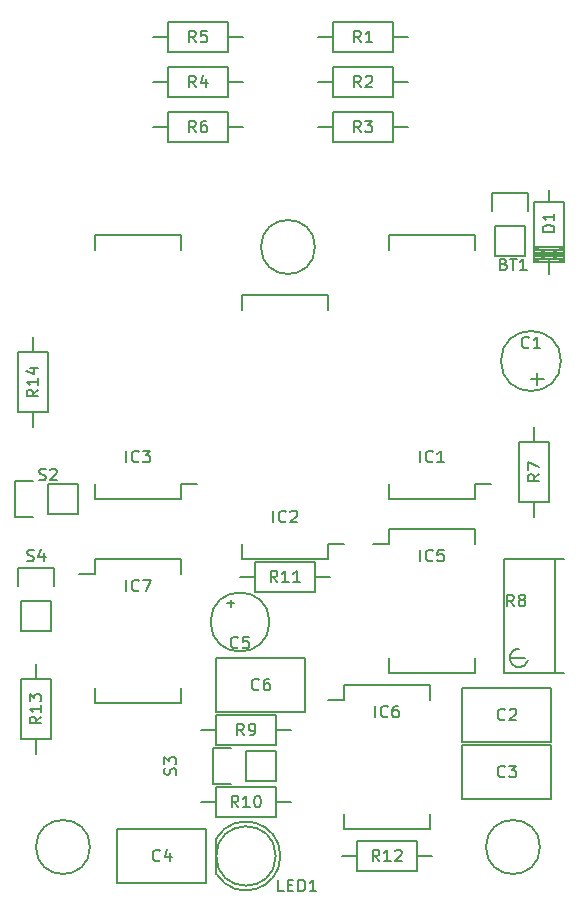
<source format=gto>
G04 #@! TF.FileFunction,Legend,Top*
%FSLAX46Y46*%
G04 Gerber Fmt 4.6, Leading zero omitted, Abs format (unit mm)*
G04 Created by KiCad (PCBNEW (2015-04-30 BZR 5634)-product) date Mon 22 Jun 2015 08:21:25 PM CEST*
%MOMM*%
G01*
G04 APERTURE LIST*
%ADD10C,0.100000*%
%ADD11C,0.150000*%
G04 APERTURE END LIST*
D10*
D11*
X101346000Y-83312000D02*
X101346000Y-85852000D01*
X101626000Y-80492000D02*
X101626000Y-82042000D01*
X101346000Y-83312000D02*
X98806000Y-83312000D01*
X98526000Y-82042000D02*
X98526000Y-80492000D01*
X98526000Y-80492000D02*
X101626000Y-80492000D01*
X98806000Y-83312000D02*
X98806000Y-85852000D01*
X98806000Y-85852000D02*
X101346000Y-85852000D01*
X101854000Y-96266000D02*
X102920800Y-96266000D01*
X102362000Y-96774000D02*
X102362000Y-95732600D01*
X104394000Y-94742000D02*
G75*
G03X104394000Y-94742000I-2540000J0D01*
G01*
X96032000Y-122464000D02*
X103532000Y-122464000D01*
X103532000Y-122464000D02*
X103532000Y-126964000D01*
X103532000Y-126964000D02*
X96032000Y-126964000D01*
X96032000Y-126964000D02*
X96032000Y-122464000D01*
X96032000Y-127290000D02*
X103532000Y-127290000D01*
X103532000Y-127290000D02*
X103532000Y-131790000D01*
X103532000Y-131790000D02*
X96032000Y-131790000D01*
X96032000Y-131790000D02*
X96032000Y-127290000D01*
X66822000Y-134402000D02*
X74322000Y-134402000D01*
X74322000Y-134402000D02*
X74322000Y-138902000D01*
X74322000Y-138902000D02*
X66822000Y-138902000D01*
X66822000Y-138902000D02*
X66822000Y-134402000D01*
X76415900Y-114940080D02*
X76415900Y-115539520D01*
X76116180Y-115239800D02*
X76715620Y-115239800D01*
X79715360Y-116840000D02*
G75*
G03X79715360Y-116840000I-2499360J0D01*
G01*
X75204000Y-119924000D02*
X82704000Y-119924000D01*
X82704000Y-119924000D02*
X82704000Y-124424000D01*
X82704000Y-124424000D02*
X75204000Y-124424000D01*
X75204000Y-124424000D02*
X75204000Y-119924000D01*
X103375460Y-81280000D02*
X103375460Y-80264000D01*
X103375460Y-86106000D02*
X103375460Y-87376000D01*
X102105460Y-85852000D02*
X104645460Y-85852000D01*
X102105460Y-85598000D02*
X104645460Y-85598000D01*
X102105460Y-85344000D02*
X104645460Y-85344000D01*
X102105460Y-86106000D02*
X104645460Y-86106000D01*
X102105460Y-85090000D02*
X104645460Y-86360000D01*
X102105460Y-86360000D02*
X104645460Y-85090000D01*
X102105460Y-85090000D02*
X104645460Y-85090000D01*
X102105460Y-85725000D02*
X104645460Y-85725000D01*
X104645460Y-86360000D02*
X102105460Y-86360000D01*
X102105460Y-86360000D02*
X102105460Y-81280000D01*
X102105460Y-81280000D02*
X104645460Y-81280000D01*
X104645460Y-81280000D02*
X104645460Y-86360000D01*
X97147000Y-106435000D02*
X97147000Y-105165000D01*
X89797000Y-106435000D02*
X89797000Y-105165000D01*
X89797000Y-84065000D02*
X89797000Y-85335000D01*
X97147000Y-84065000D02*
X97147000Y-85335000D01*
X97147000Y-106435000D02*
X89797000Y-106435000D01*
X97147000Y-84065000D02*
X89797000Y-84065000D01*
X97147000Y-105165000D02*
X98432000Y-105165000D01*
X84701000Y-111515000D02*
X84701000Y-110245000D01*
X77351000Y-111515000D02*
X77351000Y-110245000D01*
X77351000Y-89145000D02*
X77351000Y-90415000D01*
X84701000Y-89145000D02*
X84701000Y-90415000D01*
X84701000Y-111515000D02*
X77351000Y-111515000D01*
X84701000Y-89145000D02*
X77351000Y-89145000D01*
X84701000Y-110245000D02*
X85986000Y-110245000D01*
X72255000Y-106435000D02*
X72255000Y-105165000D01*
X64905000Y-106435000D02*
X64905000Y-105165000D01*
X64905000Y-84065000D02*
X64905000Y-85335000D01*
X72255000Y-84065000D02*
X72255000Y-85335000D01*
X72255000Y-106435000D02*
X64905000Y-106435000D01*
X72255000Y-84065000D02*
X64905000Y-84065000D01*
X72255000Y-105165000D02*
X73540000Y-105165000D01*
X89797000Y-108957000D02*
X89797000Y-110227000D01*
X97147000Y-108957000D02*
X97147000Y-110227000D01*
X97147000Y-121167000D02*
X97147000Y-119897000D01*
X89797000Y-121167000D02*
X89797000Y-119897000D01*
X89797000Y-108957000D02*
X97147000Y-108957000D01*
X89797000Y-121167000D02*
X97147000Y-121167000D01*
X89797000Y-110227000D02*
X88512000Y-110227000D01*
X85987000Y-122165000D02*
X85987000Y-123435000D01*
X93337000Y-122165000D02*
X93337000Y-123435000D01*
X93337000Y-134375000D02*
X93337000Y-133105000D01*
X85987000Y-134375000D02*
X85987000Y-133105000D01*
X85987000Y-122165000D02*
X93337000Y-122165000D01*
X85987000Y-134375000D02*
X93337000Y-134375000D01*
X85987000Y-123435000D02*
X84702000Y-123435000D01*
X64905000Y-111497000D02*
X64905000Y-112767000D01*
X72255000Y-111497000D02*
X72255000Y-112767000D01*
X72255000Y-123707000D02*
X72255000Y-122437000D01*
X64905000Y-123707000D02*
X64905000Y-122437000D01*
X64905000Y-111497000D02*
X72255000Y-111497000D01*
X64905000Y-123707000D02*
X72255000Y-123707000D01*
X64905000Y-112767000D02*
X63620000Y-112767000D01*
X75237772Y-138176904D02*
G75*
G03X75222660Y-135152000I2484888J1524904D01*
G01*
X75222660Y-138152000D02*
X75222660Y-135152000D01*
X80240596Y-136652000D02*
G75*
G03X80240596Y-136652000I-2517936J0D01*
G01*
X85090000Y-66040000D02*
X90170000Y-66040000D01*
X90170000Y-66040000D02*
X90170000Y-68580000D01*
X90170000Y-68580000D02*
X85090000Y-68580000D01*
X85090000Y-68580000D02*
X85090000Y-66040000D01*
X85090000Y-67310000D02*
X83820000Y-67310000D01*
X90170000Y-67310000D02*
X91440000Y-67310000D01*
X85090000Y-69850000D02*
X90170000Y-69850000D01*
X90170000Y-69850000D02*
X90170000Y-72390000D01*
X90170000Y-72390000D02*
X85090000Y-72390000D01*
X85090000Y-72390000D02*
X85090000Y-69850000D01*
X85090000Y-71120000D02*
X83820000Y-71120000D01*
X90170000Y-71120000D02*
X91440000Y-71120000D01*
X90170000Y-76200000D02*
X85090000Y-76200000D01*
X85090000Y-76200000D02*
X85090000Y-73660000D01*
X85090000Y-73660000D02*
X90170000Y-73660000D01*
X90170000Y-73660000D02*
X90170000Y-76200000D01*
X90170000Y-74930000D02*
X91440000Y-74930000D01*
X85090000Y-74930000D02*
X83820000Y-74930000D01*
X71120000Y-69850000D02*
X76200000Y-69850000D01*
X76200000Y-69850000D02*
X76200000Y-72390000D01*
X76200000Y-72390000D02*
X71120000Y-72390000D01*
X71120000Y-72390000D02*
X71120000Y-69850000D01*
X71120000Y-71120000D02*
X69850000Y-71120000D01*
X76200000Y-71120000D02*
X77470000Y-71120000D01*
X76200000Y-68580000D02*
X71120000Y-68580000D01*
X71120000Y-68580000D02*
X71120000Y-66040000D01*
X71120000Y-66040000D02*
X76200000Y-66040000D01*
X76200000Y-66040000D02*
X76200000Y-68580000D01*
X76200000Y-67310000D02*
X77470000Y-67310000D01*
X71120000Y-67310000D02*
X69850000Y-67310000D01*
X76200000Y-76200000D02*
X71120000Y-76200000D01*
X71120000Y-76200000D02*
X71120000Y-73660000D01*
X71120000Y-73660000D02*
X76200000Y-73660000D01*
X76200000Y-73660000D02*
X76200000Y-76200000D01*
X76200000Y-74930000D02*
X77470000Y-74930000D01*
X71120000Y-74930000D02*
X69850000Y-74930000D01*
X103378000Y-101600000D02*
X103378000Y-106680000D01*
X103378000Y-106680000D02*
X100838000Y-106680000D01*
X100838000Y-106680000D02*
X100838000Y-101600000D01*
X100838000Y-101600000D02*
X103378000Y-101600000D01*
X102108000Y-101600000D02*
X102108000Y-100330000D01*
X102108000Y-106680000D02*
X102108000Y-107950000D01*
X100076000Y-119888000D02*
X101346000Y-119888000D01*
X100825300Y-119100600D02*
X100571300Y-119138700D01*
X100571300Y-119138700D02*
X100291900Y-119316500D01*
X100291900Y-119316500D02*
X100076000Y-119634000D01*
X100076000Y-119634000D02*
X100063300Y-120078500D01*
X100063300Y-120078500D02*
X100266500Y-120434100D01*
X100266500Y-120434100D02*
X100558600Y-120611900D01*
X100558600Y-120611900D02*
X100876100Y-120662700D01*
X100876100Y-120662700D02*
X101282500Y-120561100D01*
X101282500Y-120561100D02*
X101536500Y-120218200D01*
X101536500Y-120218200D02*
X101625400Y-120040400D01*
X103886000Y-111506000D02*
X103886000Y-121158000D01*
X100838000Y-121158000D02*
X99568000Y-121158000D01*
X99568000Y-121158000D02*
X99568000Y-111506000D01*
X99568000Y-111506000D02*
X104648000Y-111506000D01*
X104648000Y-121158000D02*
X102108000Y-121158000D01*
X102108000Y-121158000D02*
X100838000Y-121158000D01*
X80264000Y-127254000D02*
X75184000Y-127254000D01*
X75184000Y-127254000D02*
X75184000Y-124714000D01*
X75184000Y-124714000D02*
X80264000Y-124714000D01*
X80264000Y-124714000D02*
X80264000Y-127254000D01*
X80264000Y-125984000D02*
X81534000Y-125984000D01*
X75184000Y-125984000D02*
X73914000Y-125984000D01*
X80264000Y-133350000D02*
X75184000Y-133350000D01*
X75184000Y-133350000D02*
X75184000Y-130810000D01*
X75184000Y-130810000D02*
X80264000Y-130810000D01*
X80264000Y-130810000D02*
X80264000Y-133350000D01*
X80264000Y-132080000D02*
X81534000Y-132080000D01*
X75184000Y-132080000D02*
X73914000Y-132080000D01*
X83566000Y-114300000D02*
X78486000Y-114300000D01*
X78486000Y-114300000D02*
X78486000Y-111760000D01*
X78486000Y-111760000D02*
X83566000Y-111760000D01*
X83566000Y-111760000D02*
X83566000Y-114300000D01*
X83566000Y-113030000D02*
X84836000Y-113030000D01*
X78486000Y-113030000D02*
X77216000Y-113030000D01*
X92202000Y-137922000D02*
X87122000Y-137922000D01*
X87122000Y-137922000D02*
X87122000Y-135382000D01*
X87122000Y-135382000D02*
X92202000Y-135382000D01*
X92202000Y-135382000D02*
X92202000Y-137922000D01*
X92202000Y-136652000D02*
X93472000Y-136652000D01*
X87122000Y-136652000D02*
X85852000Y-136652000D01*
X61214000Y-121666000D02*
X61214000Y-126746000D01*
X61214000Y-126746000D02*
X58674000Y-126746000D01*
X58674000Y-126746000D02*
X58674000Y-121666000D01*
X58674000Y-121666000D02*
X61214000Y-121666000D01*
X59944000Y-121666000D02*
X59944000Y-120396000D01*
X59944000Y-126746000D02*
X59944000Y-128016000D01*
X60960000Y-93980000D02*
X60960000Y-99060000D01*
X60960000Y-99060000D02*
X58420000Y-99060000D01*
X58420000Y-99060000D02*
X58420000Y-93980000D01*
X58420000Y-93980000D02*
X60960000Y-93980000D01*
X59690000Y-93980000D02*
X59690000Y-92710000D01*
X59690000Y-99060000D02*
X59690000Y-100330000D01*
X60960000Y-105156000D02*
X63500000Y-105156000D01*
X58140000Y-104876000D02*
X59690000Y-104876000D01*
X60960000Y-105156000D02*
X60960000Y-107696000D01*
X59690000Y-107976000D02*
X58140000Y-107976000D01*
X58140000Y-107976000D02*
X58140000Y-104876000D01*
X60960000Y-107696000D02*
X63500000Y-107696000D01*
X63500000Y-107696000D02*
X63500000Y-105156000D01*
X77724000Y-127762000D02*
X80264000Y-127762000D01*
X74904000Y-127482000D02*
X76454000Y-127482000D01*
X77724000Y-127762000D02*
X77724000Y-130302000D01*
X76454000Y-130582000D02*
X74904000Y-130582000D01*
X74904000Y-130582000D02*
X74904000Y-127482000D01*
X77724000Y-130302000D02*
X80264000Y-130302000D01*
X80264000Y-130302000D02*
X80264000Y-127762000D01*
X61214000Y-115062000D02*
X61214000Y-117602000D01*
X61494000Y-112242000D02*
X61494000Y-113792000D01*
X61214000Y-115062000D02*
X58674000Y-115062000D01*
X58394000Y-113792000D02*
X58394000Y-112242000D01*
X58394000Y-112242000D02*
X61494000Y-112242000D01*
X58674000Y-115062000D02*
X58674000Y-117602000D01*
X58674000Y-117602000D02*
X61214000Y-117602000D01*
X64516000Y-135890000D02*
G75*
G03X64516000Y-135890000I-2286000J0D01*
G01*
X102616000Y-135890000D02*
G75*
G03X102616000Y-135890000I-2286000J0D01*
G01*
X83566000Y-85090000D02*
G75*
G03X83566000Y-85090000I-2286000J0D01*
G01*
X99544286Y-86542571D02*
X99687143Y-86590190D01*
X99734762Y-86637810D01*
X99782381Y-86733048D01*
X99782381Y-86875905D01*
X99734762Y-86971143D01*
X99687143Y-87018762D01*
X99591905Y-87066381D01*
X99210952Y-87066381D01*
X99210952Y-86066381D01*
X99544286Y-86066381D01*
X99639524Y-86114000D01*
X99687143Y-86161619D01*
X99734762Y-86256857D01*
X99734762Y-86352095D01*
X99687143Y-86447333D01*
X99639524Y-86494952D01*
X99544286Y-86542571D01*
X99210952Y-86542571D01*
X100068095Y-86066381D02*
X100639524Y-86066381D01*
X100353809Y-87066381D02*
X100353809Y-86066381D01*
X101496667Y-87066381D02*
X100925238Y-87066381D01*
X101210952Y-87066381D02*
X101210952Y-86066381D01*
X101115714Y-86209238D01*
X101020476Y-86304476D01*
X100925238Y-86352095D01*
X101687334Y-93575143D02*
X101639715Y-93622762D01*
X101496858Y-93670381D01*
X101401620Y-93670381D01*
X101258762Y-93622762D01*
X101163524Y-93527524D01*
X101115905Y-93432286D01*
X101068286Y-93241810D01*
X101068286Y-93098952D01*
X101115905Y-92908476D01*
X101163524Y-92813238D01*
X101258762Y-92718000D01*
X101401620Y-92670381D01*
X101496858Y-92670381D01*
X101639715Y-92718000D01*
X101687334Y-92765619D01*
X102639715Y-93670381D02*
X102068286Y-93670381D01*
X102354000Y-93670381D02*
X102354000Y-92670381D01*
X102258762Y-92813238D01*
X102163524Y-92908476D01*
X102068286Y-92956095D01*
X99655334Y-125071143D02*
X99607715Y-125118762D01*
X99464858Y-125166381D01*
X99369620Y-125166381D01*
X99226762Y-125118762D01*
X99131524Y-125023524D01*
X99083905Y-124928286D01*
X99036286Y-124737810D01*
X99036286Y-124594952D01*
X99083905Y-124404476D01*
X99131524Y-124309238D01*
X99226762Y-124214000D01*
X99369620Y-124166381D01*
X99464858Y-124166381D01*
X99607715Y-124214000D01*
X99655334Y-124261619D01*
X100036286Y-124261619D02*
X100083905Y-124214000D01*
X100179143Y-124166381D01*
X100417239Y-124166381D01*
X100512477Y-124214000D01*
X100560096Y-124261619D01*
X100607715Y-124356857D01*
X100607715Y-124452095D01*
X100560096Y-124594952D01*
X99988667Y-125166381D01*
X100607715Y-125166381D01*
X99655334Y-129897143D02*
X99607715Y-129944762D01*
X99464858Y-129992381D01*
X99369620Y-129992381D01*
X99226762Y-129944762D01*
X99131524Y-129849524D01*
X99083905Y-129754286D01*
X99036286Y-129563810D01*
X99036286Y-129420952D01*
X99083905Y-129230476D01*
X99131524Y-129135238D01*
X99226762Y-129040000D01*
X99369620Y-128992381D01*
X99464858Y-128992381D01*
X99607715Y-129040000D01*
X99655334Y-129087619D01*
X99988667Y-128992381D02*
X100607715Y-128992381D01*
X100274381Y-129373333D01*
X100417239Y-129373333D01*
X100512477Y-129420952D01*
X100560096Y-129468571D01*
X100607715Y-129563810D01*
X100607715Y-129801905D01*
X100560096Y-129897143D01*
X100512477Y-129944762D01*
X100417239Y-129992381D01*
X100131524Y-129992381D01*
X100036286Y-129944762D01*
X99988667Y-129897143D01*
X70445334Y-137009143D02*
X70397715Y-137056762D01*
X70254858Y-137104381D01*
X70159620Y-137104381D01*
X70016762Y-137056762D01*
X69921524Y-136961524D01*
X69873905Y-136866286D01*
X69826286Y-136675810D01*
X69826286Y-136532952D01*
X69873905Y-136342476D01*
X69921524Y-136247238D01*
X70016762Y-136152000D01*
X70159620Y-136104381D01*
X70254858Y-136104381D01*
X70397715Y-136152000D01*
X70445334Y-136199619D01*
X71302477Y-136437714D02*
X71302477Y-137104381D01*
X71064381Y-136056762D02*
X70826286Y-136771048D01*
X71445334Y-136771048D01*
X77049334Y-118975143D02*
X77001715Y-119022762D01*
X76858858Y-119070381D01*
X76763620Y-119070381D01*
X76620762Y-119022762D01*
X76525524Y-118927524D01*
X76477905Y-118832286D01*
X76430286Y-118641810D01*
X76430286Y-118498952D01*
X76477905Y-118308476D01*
X76525524Y-118213238D01*
X76620762Y-118118000D01*
X76763620Y-118070381D01*
X76858858Y-118070381D01*
X77001715Y-118118000D01*
X77049334Y-118165619D01*
X77954096Y-118070381D02*
X77477905Y-118070381D01*
X77430286Y-118546571D01*
X77477905Y-118498952D01*
X77573143Y-118451333D01*
X77811239Y-118451333D01*
X77906477Y-118498952D01*
X77954096Y-118546571D01*
X78001715Y-118641810D01*
X78001715Y-118879905D01*
X77954096Y-118975143D01*
X77906477Y-119022762D01*
X77811239Y-119070381D01*
X77573143Y-119070381D01*
X77477905Y-119022762D01*
X77430286Y-118975143D01*
X78827334Y-122531143D02*
X78779715Y-122578762D01*
X78636858Y-122626381D01*
X78541620Y-122626381D01*
X78398762Y-122578762D01*
X78303524Y-122483524D01*
X78255905Y-122388286D01*
X78208286Y-122197810D01*
X78208286Y-122054952D01*
X78255905Y-121864476D01*
X78303524Y-121769238D01*
X78398762Y-121674000D01*
X78541620Y-121626381D01*
X78636858Y-121626381D01*
X78779715Y-121674000D01*
X78827334Y-121721619D01*
X79684477Y-121626381D02*
X79494000Y-121626381D01*
X79398762Y-121674000D01*
X79351143Y-121721619D01*
X79255905Y-121864476D01*
X79208286Y-122054952D01*
X79208286Y-122435905D01*
X79255905Y-122531143D01*
X79303524Y-122578762D01*
X79398762Y-122626381D01*
X79589239Y-122626381D01*
X79684477Y-122578762D01*
X79732096Y-122531143D01*
X79779715Y-122435905D01*
X79779715Y-122197810D01*
X79732096Y-122102571D01*
X79684477Y-122054952D01*
X79589239Y-122007333D01*
X79398762Y-122007333D01*
X79303524Y-122054952D01*
X79255905Y-122102571D01*
X79208286Y-122197810D01*
X103830381Y-83796095D02*
X102830381Y-83796095D01*
X102830381Y-83558000D01*
X102878000Y-83415142D01*
X102973238Y-83319904D01*
X103068476Y-83272285D01*
X103258952Y-83224666D01*
X103401810Y-83224666D01*
X103592286Y-83272285D01*
X103687524Y-83319904D01*
X103782762Y-83415142D01*
X103830381Y-83558000D01*
X103830381Y-83796095D01*
X103830381Y-82272285D02*
X103830381Y-82843714D01*
X103830381Y-82558000D02*
X102830381Y-82558000D01*
X102973238Y-82653238D01*
X103068476Y-82748476D01*
X103116095Y-82843714D01*
X92495810Y-103322381D02*
X92495810Y-102322381D01*
X93543429Y-103227143D02*
X93495810Y-103274762D01*
X93352953Y-103322381D01*
X93257715Y-103322381D01*
X93114857Y-103274762D01*
X93019619Y-103179524D01*
X92972000Y-103084286D01*
X92924381Y-102893810D01*
X92924381Y-102750952D01*
X92972000Y-102560476D01*
X93019619Y-102465238D01*
X93114857Y-102370000D01*
X93257715Y-102322381D01*
X93352953Y-102322381D01*
X93495810Y-102370000D01*
X93543429Y-102417619D01*
X94495810Y-103322381D02*
X93924381Y-103322381D01*
X94210095Y-103322381D02*
X94210095Y-102322381D01*
X94114857Y-102465238D01*
X94019619Y-102560476D01*
X93924381Y-102608095D01*
X80049810Y-108402381D02*
X80049810Y-107402381D01*
X81097429Y-108307143D02*
X81049810Y-108354762D01*
X80906953Y-108402381D01*
X80811715Y-108402381D01*
X80668857Y-108354762D01*
X80573619Y-108259524D01*
X80526000Y-108164286D01*
X80478381Y-107973810D01*
X80478381Y-107830952D01*
X80526000Y-107640476D01*
X80573619Y-107545238D01*
X80668857Y-107450000D01*
X80811715Y-107402381D01*
X80906953Y-107402381D01*
X81049810Y-107450000D01*
X81097429Y-107497619D01*
X81478381Y-107497619D02*
X81526000Y-107450000D01*
X81621238Y-107402381D01*
X81859334Y-107402381D01*
X81954572Y-107450000D01*
X82002191Y-107497619D01*
X82049810Y-107592857D01*
X82049810Y-107688095D01*
X82002191Y-107830952D01*
X81430762Y-108402381D01*
X82049810Y-108402381D01*
X67603810Y-103322381D02*
X67603810Y-102322381D01*
X68651429Y-103227143D02*
X68603810Y-103274762D01*
X68460953Y-103322381D01*
X68365715Y-103322381D01*
X68222857Y-103274762D01*
X68127619Y-103179524D01*
X68080000Y-103084286D01*
X68032381Y-102893810D01*
X68032381Y-102750952D01*
X68080000Y-102560476D01*
X68127619Y-102465238D01*
X68222857Y-102370000D01*
X68365715Y-102322381D01*
X68460953Y-102322381D01*
X68603810Y-102370000D01*
X68651429Y-102417619D01*
X68984762Y-102322381D02*
X69603810Y-102322381D01*
X69270476Y-102703333D01*
X69413334Y-102703333D01*
X69508572Y-102750952D01*
X69556191Y-102798571D01*
X69603810Y-102893810D01*
X69603810Y-103131905D01*
X69556191Y-103227143D01*
X69508572Y-103274762D01*
X69413334Y-103322381D01*
X69127619Y-103322381D01*
X69032381Y-103274762D01*
X68984762Y-103227143D01*
X92495810Y-111704381D02*
X92495810Y-110704381D01*
X93543429Y-111609143D02*
X93495810Y-111656762D01*
X93352953Y-111704381D01*
X93257715Y-111704381D01*
X93114857Y-111656762D01*
X93019619Y-111561524D01*
X92972000Y-111466286D01*
X92924381Y-111275810D01*
X92924381Y-111132952D01*
X92972000Y-110942476D01*
X93019619Y-110847238D01*
X93114857Y-110752000D01*
X93257715Y-110704381D01*
X93352953Y-110704381D01*
X93495810Y-110752000D01*
X93543429Y-110799619D01*
X94448191Y-110704381D02*
X93972000Y-110704381D01*
X93924381Y-111180571D01*
X93972000Y-111132952D01*
X94067238Y-111085333D01*
X94305334Y-111085333D01*
X94400572Y-111132952D01*
X94448191Y-111180571D01*
X94495810Y-111275810D01*
X94495810Y-111513905D01*
X94448191Y-111609143D01*
X94400572Y-111656762D01*
X94305334Y-111704381D01*
X94067238Y-111704381D01*
X93972000Y-111656762D01*
X93924381Y-111609143D01*
X88685810Y-124912381D02*
X88685810Y-123912381D01*
X89733429Y-124817143D02*
X89685810Y-124864762D01*
X89542953Y-124912381D01*
X89447715Y-124912381D01*
X89304857Y-124864762D01*
X89209619Y-124769524D01*
X89162000Y-124674286D01*
X89114381Y-124483810D01*
X89114381Y-124340952D01*
X89162000Y-124150476D01*
X89209619Y-124055238D01*
X89304857Y-123960000D01*
X89447715Y-123912381D01*
X89542953Y-123912381D01*
X89685810Y-123960000D01*
X89733429Y-124007619D01*
X90590572Y-123912381D02*
X90400095Y-123912381D01*
X90304857Y-123960000D01*
X90257238Y-124007619D01*
X90162000Y-124150476D01*
X90114381Y-124340952D01*
X90114381Y-124721905D01*
X90162000Y-124817143D01*
X90209619Y-124864762D01*
X90304857Y-124912381D01*
X90495334Y-124912381D01*
X90590572Y-124864762D01*
X90638191Y-124817143D01*
X90685810Y-124721905D01*
X90685810Y-124483810D01*
X90638191Y-124388571D01*
X90590572Y-124340952D01*
X90495334Y-124293333D01*
X90304857Y-124293333D01*
X90209619Y-124340952D01*
X90162000Y-124388571D01*
X90114381Y-124483810D01*
X67603810Y-114244381D02*
X67603810Y-113244381D01*
X68651429Y-114149143D02*
X68603810Y-114196762D01*
X68460953Y-114244381D01*
X68365715Y-114244381D01*
X68222857Y-114196762D01*
X68127619Y-114101524D01*
X68080000Y-114006286D01*
X68032381Y-113815810D01*
X68032381Y-113672952D01*
X68080000Y-113482476D01*
X68127619Y-113387238D01*
X68222857Y-113292000D01*
X68365715Y-113244381D01*
X68460953Y-113244381D01*
X68603810Y-113292000D01*
X68651429Y-113339619D01*
X68984762Y-113244381D02*
X69651429Y-113244381D01*
X69222857Y-114244381D01*
X80922953Y-139644381D02*
X80446762Y-139644381D01*
X80446762Y-138644381D01*
X81256286Y-139120571D02*
X81589620Y-139120571D01*
X81732477Y-139644381D02*
X81256286Y-139644381D01*
X81256286Y-138644381D01*
X81732477Y-138644381D01*
X82161048Y-139644381D02*
X82161048Y-138644381D01*
X82399143Y-138644381D01*
X82542001Y-138692000D01*
X82637239Y-138787238D01*
X82684858Y-138882476D01*
X82732477Y-139072952D01*
X82732477Y-139215810D01*
X82684858Y-139406286D01*
X82637239Y-139501524D01*
X82542001Y-139596762D01*
X82399143Y-139644381D01*
X82161048Y-139644381D01*
X83684858Y-139644381D02*
X83113429Y-139644381D01*
X83399143Y-139644381D02*
X83399143Y-138644381D01*
X83303905Y-138787238D01*
X83208667Y-138882476D01*
X83113429Y-138930095D01*
X87463334Y-67762381D02*
X87130000Y-67286190D01*
X86891905Y-67762381D02*
X86891905Y-66762381D01*
X87272858Y-66762381D01*
X87368096Y-66810000D01*
X87415715Y-66857619D01*
X87463334Y-66952857D01*
X87463334Y-67095714D01*
X87415715Y-67190952D01*
X87368096Y-67238571D01*
X87272858Y-67286190D01*
X86891905Y-67286190D01*
X88415715Y-67762381D02*
X87844286Y-67762381D01*
X88130000Y-67762381D02*
X88130000Y-66762381D01*
X88034762Y-66905238D01*
X87939524Y-67000476D01*
X87844286Y-67048095D01*
X87463334Y-71572381D02*
X87130000Y-71096190D01*
X86891905Y-71572381D02*
X86891905Y-70572381D01*
X87272858Y-70572381D01*
X87368096Y-70620000D01*
X87415715Y-70667619D01*
X87463334Y-70762857D01*
X87463334Y-70905714D01*
X87415715Y-71000952D01*
X87368096Y-71048571D01*
X87272858Y-71096190D01*
X86891905Y-71096190D01*
X87844286Y-70667619D02*
X87891905Y-70620000D01*
X87987143Y-70572381D01*
X88225239Y-70572381D01*
X88320477Y-70620000D01*
X88368096Y-70667619D01*
X88415715Y-70762857D01*
X88415715Y-70858095D01*
X88368096Y-71000952D01*
X87796667Y-71572381D01*
X88415715Y-71572381D01*
X87463334Y-75382381D02*
X87130000Y-74906190D01*
X86891905Y-75382381D02*
X86891905Y-74382381D01*
X87272858Y-74382381D01*
X87368096Y-74430000D01*
X87415715Y-74477619D01*
X87463334Y-74572857D01*
X87463334Y-74715714D01*
X87415715Y-74810952D01*
X87368096Y-74858571D01*
X87272858Y-74906190D01*
X86891905Y-74906190D01*
X87796667Y-74382381D02*
X88415715Y-74382381D01*
X88082381Y-74763333D01*
X88225239Y-74763333D01*
X88320477Y-74810952D01*
X88368096Y-74858571D01*
X88415715Y-74953810D01*
X88415715Y-75191905D01*
X88368096Y-75287143D01*
X88320477Y-75334762D01*
X88225239Y-75382381D01*
X87939524Y-75382381D01*
X87844286Y-75334762D01*
X87796667Y-75287143D01*
X73493334Y-71572381D02*
X73160000Y-71096190D01*
X72921905Y-71572381D02*
X72921905Y-70572381D01*
X73302858Y-70572381D01*
X73398096Y-70620000D01*
X73445715Y-70667619D01*
X73493334Y-70762857D01*
X73493334Y-70905714D01*
X73445715Y-71000952D01*
X73398096Y-71048571D01*
X73302858Y-71096190D01*
X72921905Y-71096190D01*
X74350477Y-70905714D02*
X74350477Y-71572381D01*
X74112381Y-70524762D02*
X73874286Y-71239048D01*
X74493334Y-71239048D01*
X73493334Y-67762381D02*
X73160000Y-67286190D01*
X72921905Y-67762381D02*
X72921905Y-66762381D01*
X73302858Y-66762381D01*
X73398096Y-66810000D01*
X73445715Y-66857619D01*
X73493334Y-66952857D01*
X73493334Y-67095714D01*
X73445715Y-67190952D01*
X73398096Y-67238571D01*
X73302858Y-67286190D01*
X72921905Y-67286190D01*
X74398096Y-66762381D02*
X73921905Y-66762381D01*
X73874286Y-67238571D01*
X73921905Y-67190952D01*
X74017143Y-67143333D01*
X74255239Y-67143333D01*
X74350477Y-67190952D01*
X74398096Y-67238571D01*
X74445715Y-67333810D01*
X74445715Y-67571905D01*
X74398096Y-67667143D01*
X74350477Y-67714762D01*
X74255239Y-67762381D01*
X74017143Y-67762381D01*
X73921905Y-67714762D01*
X73874286Y-67667143D01*
X73493334Y-75382381D02*
X73160000Y-74906190D01*
X72921905Y-75382381D02*
X72921905Y-74382381D01*
X73302858Y-74382381D01*
X73398096Y-74430000D01*
X73445715Y-74477619D01*
X73493334Y-74572857D01*
X73493334Y-74715714D01*
X73445715Y-74810952D01*
X73398096Y-74858571D01*
X73302858Y-74906190D01*
X72921905Y-74906190D01*
X74350477Y-74382381D02*
X74160000Y-74382381D01*
X74064762Y-74430000D01*
X74017143Y-74477619D01*
X73921905Y-74620476D01*
X73874286Y-74810952D01*
X73874286Y-75191905D01*
X73921905Y-75287143D01*
X73969524Y-75334762D01*
X74064762Y-75382381D01*
X74255239Y-75382381D01*
X74350477Y-75334762D01*
X74398096Y-75287143D01*
X74445715Y-75191905D01*
X74445715Y-74953810D01*
X74398096Y-74858571D01*
X74350477Y-74810952D01*
X74255239Y-74763333D01*
X74064762Y-74763333D01*
X73969524Y-74810952D01*
X73921905Y-74858571D01*
X73874286Y-74953810D01*
X102560381Y-104306666D02*
X102084190Y-104640000D01*
X102560381Y-104878095D02*
X101560381Y-104878095D01*
X101560381Y-104497142D01*
X101608000Y-104401904D01*
X101655619Y-104354285D01*
X101750857Y-104306666D01*
X101893714Y-104306666D01*
X101988952Y-104354285D01*
X102036571Y-104401904D01*
X102084190Y-104497142D01*
X102084190Y-104878095D01*
X101560381Y-103973333D02*
X101560381Y-103306666D01*
X102560381Y-103735238D01*
X100417334Y-115514381D02*
X100084000Y-115038190D01*
X99845905Y-115514381D02*
X99845905Y-114514381D01*
X100226858Y-114514381D01*
X100322096Y-114562000D01*
X100369715Y-114609619D01*
X100417334Y-114704857D01*
X100417334Y-114847714D01*
X100369715Y-114942952D01*
X100322096Y-114990571D01*
X100226858Y-115038190D01*
X99845905Y-115038190D01*
X100988762Y-114942952D02*
X100893524Y-114895333D01*
X100845905Y-114847714D01*
X100798286Y-114752476D01*
X100798286Y-114704857D01*
X100845905Y-114609619D01*
X100893524Y-114562000D01*
X100988762Y-114514381D01*
X101179239Y-114514381D01*
X101274477Y-114562000D01*
X101322096Y-114609619D01*
X101369715Y-114704857D01*
X101369715Y-114752476D01*
X101322096Y-114847714D01*
X101274477Y-114895333D01*
X101179239Y-114942952D01*
X100988762Y-114942952D01*
X100893524Y-114990571D01*
X100845905Y-115038190D01*
X100798286Y-115133429D01*
X100798286Y-115323905D01*
X100845905Y-115419143D01*
X100893524Y-115466762D01*
X100988762Y-115514381D01*
X101179239Y-115514381D01*
X101274477Y-115466762D01*
X101322096Y-115419143D01*
X101369715Y-115323905D01*
X101369715Y-115133429D01*
X101322096Y-115038190D01*
X101274477Y-114990571D01*
X101179239Y-114942952D01*
X77557334Y-126436381D02*
X77224000Y-125960190D01*
X76985905Y-126436381D02*
X76985905Y-125436381D01*
X77366858Y-125436381D01*
X77462096Y-125484000D01*
X77509715Y-125531619D01*
X77557334Y-125626857D01*
X77557334Y-125769714D01*
X77509715Y-125864952D01*
X77462096Y-125912571D01*
X77366858Y-125960190D01*
X76985905Y-125960190D01*
X78033524Y-126436381D02*
X78224000Y-126436381D01*
X78319239Y-126388762D01*
X78366858Y-126341143D01*
X78462096Y-126198286D01*
X78509715Y-126007810D01*
X78509715Y-125626857D01*
X78462096Y-125531619D01*
X78414477Y-125484000D01*
X78319239Y-125436381D01*
X78128762Y-125436381D01*
X78033524Y-125484000D01*
X77985905Y-125531619D01*
X77938286Y-125626857D01*
X77938286Y-125864952D01*
X77985905Y-125960190D01*
X78033524Y-126007810D01*
X78128762Y-126055429D01*
X78319239Y-126055429D01*
X78414477Y-126007810D01*
X78462096Y-125960190D01*
X78509715Y-125864952D01*
X77081143Y-132532381D02*
X76747809Y-132056190D01*
X76509714Y-132532381D02*
X76509714Y-131532381D01*
X76890667Y-131532381D01*
X76985905Y-131580000D01*
X77033524Y-131627619D01*
X77081143Y-131722857D01*
X77081143Y-131865714D01*
X77033524Y-131960952D01*
X76985905Y-132008571D01*
X76890667Y-132056190D01*
X76509714Y-132056190D01*
X78033524Y-132532381D02*
X77462095Y-132532381D01*
X77747809Y-132532381D02*
X77747809Y-131532381D01*
X77652571Y-131675238D01*
X77557333Y-131770476D01*
X77462095Y-131818095D01*
X78652571Y-131532381D02*
X78747810Y-131532381D01*
X78843048Y-131580000D01*
X78890667Y-131627619D01*
X78938286Y-131722857D01*
X78985905Y-131913333D01*
X78985905Y-132151429D01*
X78938286Y-132341905D01*
X78890667Y-132437143D01*
X78843048Y-132484762D01*
X78747810Y-132532381D01*
X78652571Y-132532381D01*
X78557333Y-132484762D01*
X78509714Y-132437143D01*
X78462095Y-132341905D01*
X78414476Y-132151429D01*
X78414476Y-131913333D01*
X78462095Y-131722857D01*
X78509714Y-131627619D01*
X78557333Y-131580000D01*
X78652571Y-131532381D01*
X80383143Y-113482381D02*
X80049809Y-113006190D01*
X79811714Y-113482381D02*
X79811714Y-112482381D01*
X80192667Y-112482381D01*
X80287905Y-112530000D01*
X80335524Y-112577619D01*
X80383143Y-112672857D01*
X80383143Y-112815714D01*
X80335524Y-112910952D01*
X80287905Y-112958571D01*
X80192667Y-113006190D01*
X79811714Y-113006190D01*
X81335524Y-113482381D02*
X80764095Y-113482381D01*
X81049809Y-113482381D02*
X81049809Y-112482381D01*
X80954571Y-112625238D01*
X80859333Y-112720476D01*
X80764095Y-112768095D01*
X82287905Y-113482381D02*
X81716476Y-113482381D01*
X82002190Y-113482381D02*
X82002190Y-112482381D01*
X81906952Y-112625238D01*
X81811714Y-112720476D01*
X81716476Y-112768095D01*
X89019143Y-137104381D02*
X88685809Y-136628190D01*
X88447714Y-137104381D02*
X88447714Y-136104381D01*
X88828667Y-136104381D01*
X88923905Y-136152000D01*
X88971524Y-136199619D01*
X89019143Y-136294857D01*
X89019143Y-136437714D01*
X88971524Y-136532952D01*
X88923905Y-136580571D01*
X88828667Y-136628190D01*
X88447714Y-136628190D01*
X89971524Y-137104381D02*
X89400095Y-137104381D01*
X89685809Y-137104381D02*
X89685809Y-136104381D01*
X89590571Y-136247238D01*
X89495333Y-136342476D01*
X89400095Y-136390095D01*
X90352476Y-136199619D02*
X90400095Y-136152000D01*
X90495333Y-136104381D01*
X90733429Y-136104381D01*
X90828667Y-136152000D01*
X90876286Y-136199619D01*
X90923905Y-136294857D01*
X90923905Y-136390095D01*
X90876286Y-136532952D01*
X90304857Y-137104381D01*
X90923905Y-137104381D01*
X60396381Y-124848857D02*
X59920190Y-125182191D01*
X60396381Y-125420286D02*
X59396381Y-125420286D01*
X59396381Y-125039333D01*
X59444000Y-124944095D01*
X59491619Y-124896476D01*
X59586857Y-124848857D01*
X59729714Y-124848857D01*
X59824952Y-124896476D01*
X59872571Y-124944095D01*
X59920190Y-125039333D01*
X59920190Y-125420286D01*
X60396381Y-123896476D02*
X60396381Y-124467905D01*
X60396381Y-124182191D02*
X59396381Y-124182191D01*
X59539238Y-124277429D01*
X59634476Y-124372667D01*
X59682095Y-124467905D01*
X59396381Y-123563143D02*
X59396381Y-122944095D01*
X59777333Y-123277429D01*
X59777333Y-123134571D01*
X59824952Y-123039333D01*
X59872571Y-122991714D01*
X59967810Y-122944095D01*
X60205905Y-122944095D01*
X60301143Y-122991714D01*
X60348762Y-123039333D01*
X60396381Y-123134571D01*
X60396381Y-123420286D01*
X60348762Y-123515524D01*
X60301143Y-123563143D01*
X60142381Y-97162857D02*
X59666190Y-97496191D01*
X60142381Y-97734286D02*
X59142381Y-97734286D01*
X59142381Y-97353333D01*
X59190000Y-97258095D01*
X59237619Y-97210476D01*
X59332857Y-97162857D01*
X59475714Y-97162857D01*
X59570952Y-97210476D01*
X59618571Y-97258095D01*
X59666190Y-97353333D01*
X59666190Y-97734286D01*
X60142381Y-96210476D02*
X60142381Y-96781905D01*
X60142381Y-96496191D02*
X59142381Y-96496191D01*
X59285238Y-96591429D01*
X59380476Y-96686667D01*
X59428095Y-96781905D01*
X59475714Y-95353333D02*
X60142381Y-95353333D01*
X59094762Y-95591429D02*
X59809048Y-95829524D01*
X59809048Y-95210476D01*
X60198095Y-104798762D02*
X60340952Y-104846381D01*
X60579048Y-104846381D01*
X60674286Y-104798762D01*
X60721905Y-104751143D01*
X60769524Y-104655905D01*
X60769524Y-104560667D01*
X60721905Y-104465429D01*
X60674286Y-104417810D01*
X60579048Y-104370190D01*
X60388571Y-104322571D01*
X60293333Y-104274952D01*
X60245714Y-104227333D01*
X60198095Y-104132095D01*
X60198095Y-104036857D01*
X60245714Y-103941619D01*
X60293333Y-103894000D01*
X60388571Y-103846381D01*
X60626667Y-103846381D01*
X60769524Y-103894000D01*
X61150476Y-103941619D02*
X61198095Y-103894000D01*
X61293333Y-103846381D01*
X61531429Y-103846381D01*
X61626667Y-103894000D01*
X61674286Y-103941619D01*
X61721905Y-104036857D01*
X61721905Y-104132095D01*
X61674286Y-104274952D01*
X61102857Y-104846381D01*
X61721905Y-104846381D01*
X71758762Y-129793905D02*
X71806381Y-129651048D01*
X71806381Y-129412952D01*
X71758762Y-129317714D01*
X71711143Y-129270095D01*
X71615905Y-129222476D01*
X71520667Y-129222476D01*
X71425429Y-129270095D01*
X71377810Y-129317714D01*
X71330190Y-129412952D01*
X71282571Y-129603429D01*
X71234952Y-129698667D01*
X71187333Y-129746286D01*
X71092095Y-129793905D01*
X70996857Y-129793905D01*
X70901619Y-129746286D01*
X70854000Y-129698667D01*
X70806381Y-129603429D01*
X70806381Y-129365333D01*
X70854000Y-129222476D01*
X70806381Y-128889143D02*
X70806381Y-128270095D01*
X71187333Y-128603429D01*
X71187333Y-128460571D01*
X71234952Y-128365333D01*
X71282571Y-128317714D01*
X71377810Y-128270095D01*
X71615905Y-128270095D01*
X71711143Y-128317714D01*
X71758762Y-128365333D01*
X71806381Y-128460571D01*
X71806381Y-128746286D01*
X71758762Y-128841524D01*
X71711143Y-128889143D01*
X59182095Y-111656762D02*
X59324952Y-111704381D01*
X59563048Y-111704381D01*
X59658286Y-111656762D01*
X59705905Y-111609143D01*
X59753524Y-111513905D01*
X59753524Y-111418667D01*
X59705905Y-111323429D01*
X59658286Y-111275810D01*
X59563048Y-111228190D01*
X59372571Y-111180571D01*
X59277333Y-111132952D01*
X59229714Y-111085333D01*
X59182095Y-110990095D01*
X59182095Y-110894857D01*
X59229714Y-110799619D01*
X59277333Y-110752000D01*
X59372571Y-110704381D01*
X59610667Y-110704381D01*
X59753524Y-110752000D01*
X60610667Y-111037714D02*
X60610667Y-111704381D01*
X60372571Y-110656762D02*
X60134476Y-111371048D01*
X60753524Y-111371048D01*
M02*

</source>
